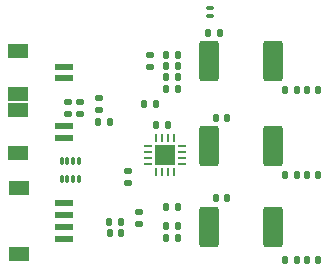
<source format=gbp>
G04 #@! TF.GenerationSoftware,KiCad,Pcbnew,(6.0.7-1)-1*
G04 #@! TF.CreationDate,2023-01-06T02:07:54-05:00*
G04 #@! TF.ProjectId,O32controller,4f333263-6f6e-4747-926f-6c6c65722e6b,rev?*
G04 #@! TF.SameCoordinates,Original*
G04 #@! TF.FileFunction,Paste,Bot*
G04 #@! TF.FilePolarity,Positive*
%FSLAX46Y46*%
G04 Gerber Fmt 4.6, Leading zero omitted, Abs format (unit mm)*
G04 Created by KiCad (PCBNEW (6.0.7-1)-1) date 2023-01-06 02:07:54*
%MOMM*%
%LPD*%
G01*
G04 APERTURE LIST*
G04 Aperture macros list*
%AMRoundRect*
0 Rectangle with rounded corners*
0 $1 Rounding radius*
0 $2 $3 $4 $5 $6 $7 $8 $9 X,Y pos of 4 corners*
0 Add a 4 corners polygon primitive as box body*
4,1,4,$2,$3,$4,$5,$6,$7,$8,$9,$2,$3,0*
0 Add four circle primitives for the rounded corners*
1,1,$1+$1,$2,$3*
1,1,$1+$1,$4,$5*
1,1,$1+$1,$6,$7*
1,1,$1+$1,$8,$9*
0 Add four rect primitives between the rounded corners*
20,1,$1+$1,$2,$3,$4,$5,0*
20,1,$1+$1,$4,$5,$6,$7,0*
20,1,$1+$1,$6,$7,$8,$9,0*
20,1,$1+$1,$8,$9,$2,$3,0*%
G04 Aperture macros list end*
%ADD10RoundRect,0.140000X-0.140000X-0.170000X0.140000X-0.170000X0.140000X0.170000X-0.140000X0.170000X0*%
%ADD11RoundRect,0.135000X0.135000X0.185000X-0.135000X0.185000X-0.135000X-0.185000X0.135000X-0.185000X0*%
%ADD12RoundRect,0.140000X0.140000X0.170000X-0.140000X0.170000X-0.140000X-0.170000X0.140000X-0.170000X0*%
%ADD13R,0.711200X0.254000*%
%ADD14R,0.254000X0.711200*%
%ADD15R,1.701800X1.701800*%
%ADD16RoundRect,0.135000X-0.185000X0.135000X-0.185000X-0.135000X0.185000X-0.135000X0.185000X0.135000X0*%
%ADD17RoundRect,0.050000X0.100000X-0.285000X0.100000X0.285000X-0.100000X0.285000X-0.100000X-0.285000X0*%
%ADD18RoundRect,0.135000X-0.135000X-0.185000X0.135000X-0.185000X0.135000X0.185000X-0.135000X0.185000X0*%
%ADD19RoundRect,0.140000X-0.170000X0.140000X-0.170000X-0.140000X0.170000X-0.140000X0.170000X0.140000X0*%
%ADD20R,1.550000X0.600000*%
%ADD21R,1.800000X1.200000*%
%ADD22RoundRect,0.255000X0.595000X1.445000X-0.595000X1.445000X-0.595000X-1.445000X0.595000X-1.445000X0*%
%ADD23RoundRect,0.087500X-0.212500X0.087500X-0.212500X-0.087500X0.212500X-0.087500X0.212500X0.087500X0*%
%ADD24RoundRect,0.135000X0.185000X-0.135000X0.185000X0.135000X-0.185000X0.135000X-0.185000X-0.135000X0*%
G04 APERTURE END LIST*
D10*
X45320000Y-56600000D03*
X46280000Y-56600000D03*
D11*
X51110000Y-44350000D03*
X50090000Y-44350000D03*
D12*
X62985000Y-44450000D03*
X62025000Y-44450000D03*
X55280000Y-53650000D03*
X54320000Y-53650000D03*
D11*
X51110000Y-41510000D03*
X50090000Y-41510000D03*
D10*
X49270000Y-47450000D03*
X50230000Y-47450000D03*
D12*
X54630000Y-39650000D03*
X53670000Y-39650000D03*
X62980000Y-58850000D03*
X62020000Y-58850000D03*
D13*
X51450000Y-49249999D03*
X51450000Y-49750000D03*
X51450000Y-50250000D03*
X51450000Y-50750001D03*
D14*
X50750001Y-51450000D03*
X50250000Y-51450000D03*
X49750000Y-51450000D03*
X49249999Y-51450000D03*
D13*
X48550000Y-50750001D03*
X48550000Y-50250000D03*
X48550000Y-49750000D03*
X48550000Y-49249999D03*
D14*
X49249999Y-48550000D03*
X49750000Y-48550000D03*
X50250000Y-48550000D03*
X50750001Y-48550000D03*
D15*
X50000000Y-50000000D03*
D16*
X48700000Y-41490000D03*
X48700000Y-42510000D03*
D17*
X42750000Y-51990000D03*
X42250000Y-51990000D03*
X41750000Y-51990000D03*
X41250000Y-51990000D03*
X41250000Y-50510000D03*
X41750000Y-50510000D03*
X42250000Y-50510000D03*
X42750000Y-50510000D03*
D18*
X50090000Y-43400000D03*
X51110000Y-43400000D03*
D19*
X46850000Y-51370000D03*
X46850000Y-52330000D03*
D11*
X51110000Y-56000000D03*
X50090000Y-56000000D03*
D16*
X42800000Y-45490000D03*
X42800000Y-46510000D03*
D20*
X41500000Y-57050000D03*
X41500000Y-56050000D03*
X41500000Y-55050000D03*
X41500000Y-54050000D03*
D21*
X37625000Y-58350000D03*
X37625000Y-52750000D03*
D12*
X63000000Y-51650000D03*
X62040000Y-51650000D03*
D22*
X59150000Y-56050000D03*
X53750000Y-56050000D03*
D16*
X44400000Y-45190000D03*
X44400000Y-46210000D03*
D20*
X41480000Y-48500000D03*
X41480000Y-47500000D03*
D21*
X37605000Y-49800000D03*
X37605000Y-46200000D03*
D11*
X61160000Y-51650000D03*
X60140000Y-51650000D03*
D12*
X55250000Y-46850000D03*
X54290000Y-46850000D03*
D18*
X50090000Y-42460000D03*
X51110000Y-42460000D03*
D16*
X47850000Y-54790000D03*
X47850000Y-55810000D03*
D11*
X61160000Y-58850000D03*
X60140000Y-58850000D03*
D18*
X44340000Y-47150000D03*
X45360000Y-47150000D03*
D11*
X49260000Y-45650000D03*
X48240000Y-45650000D03*
D20*
X41480000Y-43500000D03*
X41480000Y-42500000D03*
D21*
X37605000Y-44800000D03*
X37605000Y-41200000D03*
D18*
X50090000Y-54400000D03*
X51110000Y-54400000D03*
D22*
X59150000Y-42050000D03*
X53750000Y-42050000D03*
D11*
X51110000Y-57000000D03*
X50090000Y-57000000D03*
D23*
X53850000Y-37550000D03*
X53850000Y-38200000D03*
D18*
X45290000Y-55650000D03*
X46310000Y-55650000D03*
D11*
X61165000Y-44450000D03*
X60145000Y-44450000D03*
D24*
X41800000Y-46510000D03*
X41800000Y-45490000D03*
D22*
X59150000Y-49250000D03*
X53750000Y-49250000D03*
M02*

</source>
